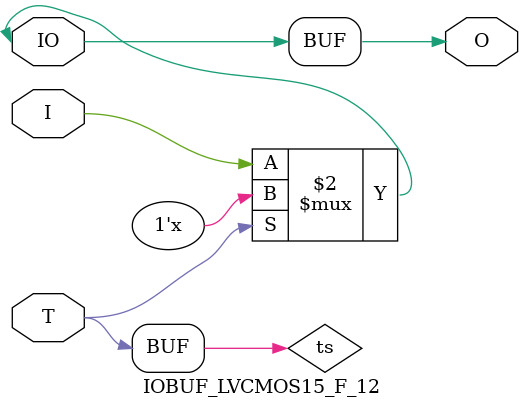
<source format=v>

/*

FUNCTION    : INPUT TRI-STATE OUTPUT BUFFER

*/

`celldefine
`timescale  100 ps / 10 ps

module IOBUF_LVCMOS15_F_12 (O, IO, I, T);

    output O;

    inout  IO;

    input  I, T;

    or O1 (ts, 1'b0, T);
    bufif0 T1 (IO, I, ts);

    buf B1 (O, IO);

endmodule

</source>
